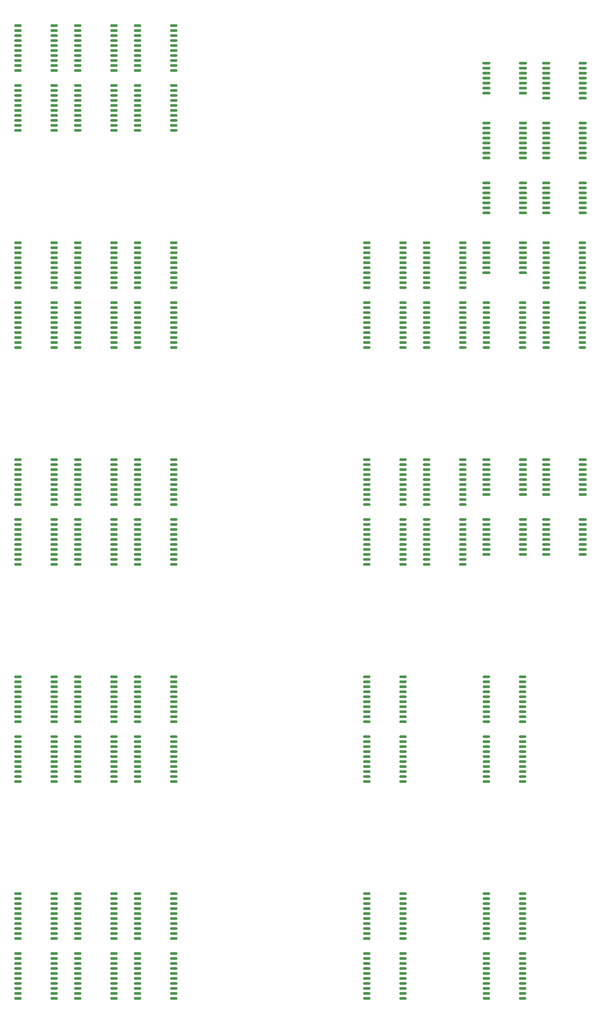
<source format=gbr>
%TF.GenerationSoftware,KiCad,Pcbnew,6.0.10-86aedd382b~118~ubuntu20.04.1*%
%TF.CreationDate,2022-12-19T16:19:31+01:00*%
%TF.ProjectId,px16_regfile,70783136-5f72-4656-9766-696c652e6b69,2*%
%TF.SameCoordinates,Original*%
%TF.FileFunction,Paste,Top*%
%TF.FilePolarity,Positive*%
%FSLAX46Y46*%
G04 Gerber Fmt 4.6, Leading zero omitted, Abs format (unit mm)*
G04 Created by KiCad (PCBNEW 6.0.10-86aedd382b~118~ubuntu20.04.1) date 2022-12-19 16:19:31*
%MOMM*%
%LPD*%
G01*
G04 APERTURE LIST*
G04 Aperture macros list*
%AMRoundRect*
0 Rectangle with rounded corners*
0 $1 Rounding radius*
0 $2 $3 $4 $5 $6 $7 $8 $9 X,Y pos of 4 corners*
0 Add a 4 corners polygon primitive as box body*
4,1,4,$2,$3,$4,$5,$6,$7,$8,$9,$2,$3,0*
0 Add four circle primitives for the rounded corners*
1,1,$1+$1,$2,$3*
1,1,$1+$1,$4,$5*
1,1,$1+$1,$6,$7*
1,1,$1+$1,$8,$9*
0 Add four rect primitives between the rounded corners*
20,1,$1+$1,$2,$3,$4,$5,0*
20,1,$1+$1,$4,$5,$6,$7,0*
20,1,$1+$1,$6,$7,$8,$9,0*
20,1,$1+$1,$8,$9,$2,$3,0*%
G04 Aperture macros list end*
%ADD10RoundRect,0.150000X-0.800000X-0.150000X0.800000X-0.150000X0.800000X0.150000X-0.800000X0.150000X0*%
%ADD11RoundRect,0.150000X-0.875000X-0.150000X0.875000X-0.150000X0.875000X0.150000X-0.875000X0.150000X0*%
G04 APERTURE END LIST*
D10*
%TO.C,U30*%
X117320000Y-313055000D03*
X117320000Y-314325000D03*
X117320000Y-315595000D03*
X117320000Y-316865000D03*
X117320000Y-318135000D03*
X117320000Y-319405000D03*
X117320000Y-320675000D03*
X117320000Y-321945000D03*
X117320000Y-323215000D03*
X117320000Y-324485000D03*
X126520000Y-324485000D03*
X126520000Y-323215000D03*
X126520000Y-321945000D03*
X126520000Y-320675000D03*
X126520000Y-319405000D03*
X126520000Y-318135000D03*
X126520000Y-316865000D03*
X126520000Y-315595000D03*
X126520000Y-314325000D03*
X126520000Y-313055000D03*
%TD*%
%TO.C,U38*%
X175740000Y-132080000D03*
X175740000Y-133350000D03*
X175740000Y-134620000D03*
X175740000Y-135890000D03*
X175740000Y-137160000D03*
X175740000Y-138430000D03*
X175740000Y-139700000D03*
X175740000Y-140970000D03*
X175740000Y-142240000D03*
X175740000Y-143510000D03*
X184940000Y-143510000D03*
X184940000Y-142240000D03*
X184940000Y-140970000D03*
X184940000Y-139700000D03*
X184940000Y-138430000D03*
X184940000Y-137160000D03*
X184940000Y-135890000D03*
X184940000Y-134620000D03*
X184940000Y-133350000D03*
X184940000Y-132080000D03*
%TD*%
D11*
%TO.C,U45*%
X221410000Y-187325000D03*
X221410000Y-188595000D03*
X221410000Y-189865000D03*
X221410000Y-191135000D03*
X221410000Y-192405000D03*
X221410000Y-193675000D03*
X221410000Y-194945000D03*
X221410000Y-196215000D03*
X230710000Y-196215000D03*
X230710000Y-194945000D03*
X230710000Y-193675000D03*
X230710000Y-192405000D03*
X230710000Y-191135000D03*
X230710000Y-189865000D03*
X230710000Y-188595000D03*
X230710000Y-187325000D03*
%TD*%
D10*
%TO.C,U55*%
X206220000Y-242570000D03*
X206220000Y-243840000D03*
X206220000Y-245110000D03*
X206220000Y-246380000D03*
X206220000Y-247650000D03*
X206220000Y-248920000D03*
X206220000Y-250190000D03*
X206220000Y-251460000D03*
X206220000Y-252730000D03*
X206220000Y-254000000D03*
X215420000Y-254000000D03*
X215420000Y-252730000D03*
X215420000Y-251460000D03*
X215420000Y-250190000D03*
X215420000Y-248920000D03*
X215420000Y-247650000D03*
X215420000Y-246380000D03*
X215420000Y-245110000D03*
X215420000Y-243840000D03*
X215420000Y-242570000D03*
%TD*%
%TO.C,U6*%
X117320000Y-92075000D03*
X117320000Y-93345000D03*
X117320000Y-94615000D03*
X117320000Y-95885000D03*
X117320000Y-97155000D03*
X117320000Y-98425000D03*
X117320000Y-99695000D03*
X117320000Y-100965000D03*
X117320000Y-102235000D03*
X117320000Y-103505000D03*
X126520000Y-103505000D03*
X126520000Y-102235000D03*
X126520000Y-100965000D03*
X126520000Y-99695000D03*
X126520000Y-98425000D03*
X126520000Y-97155000D03*
X126520000Y-95885000D03*
X126520000Y-94615000D03*
X126520000Y-93345000D03*
X126520000Y-92075000D03*
%TD*%
%TO.C,U17*%
X102080000Y-202565000D03*
X102080000Y-203835000D03*
X102080000Y-205105000D03*
X102080000Y-206375000D03*
X102080000Y-207645000D03*
X102080000Y-208915000D03*
X102080000Y-210185000D03*
X102080000Y-211455000D03*
X102080000Y-212725000D03*
X102080000Y-213995000D03*
X111280000Y-213995000D03*
X111280000Y-212725000D03*
X111280000Y-211455000D03*
X111280000Y-210185000D03*
X111280000Y-208915000D03*
X111280000Y-207645000D03*
X111280000Y-206375000D03*
X111280000Y-205105000D03*
X111280000Y-203835000D03*
X111280000Y-202565000D03*
%TD*%
%TO.C,U54*%
X206220000Y-313055000D03*
X206220000Y-314325000D03*
X206220000Y-315595000D03*
X206220000Y-316865000D03*
X206220000Y-318135000D03*
X206220000Y-319405000D03*
X206220000Y-320675000D03*
X206220000Y-321945000D03*
X206220000Y-323215000D03*
X206220000Y-324485000D03*
X215420000Y-324485000D03*
X215420000Y-323215000D03*
X215420000Y-321945000D03*
X215420000Y-320675000D03*
X215420000Y-319405000D03*
X215420000Y-318135000D03*
X215420000Y-316865000D03*
X215420000Y-315595000D03*
X215420000Y-314325000D03*
X215420000Y-313055000D03*
%TD*%
%TO.C,U50*%
X175740000Y-202565000D03*
X175740000Y-203835000D03*
X175740000Y-205105000D03*
X175740000Y-206375000D03*
X175740000Y-207645000D03*
X175740000Y-208915000D03*
X175740000Y-210185000D03*
X175740000Y-211455000D03*
X175740000Y-212725000D03*
X175740000Y-213995000D03*
X184940000Y-213995000D03*
X184940000Y-212725000D03*
X184940000Y-211455000D03*
X184940000Y-210185000D03*
X184940000Y-208915000D03*
X184940000Y-207645000D03*
X184940000Y-206375000D03*
X184940000Y-205105000D03*
X184940000Y-203835000D03*
X184940000Y-202565000D03*
%TD*%
D11*
%TO.C,U32*%
X206170000Y-132080000D03*
X206170000Y-133350000D03*
X206170000Y-134620000D03*
X206170000Y-135890000D03*
X206170000Y-137160000D03*
X206170000Y-138430000D03*
X206170000Y-139700000D03*
X215470000Y-139700000D03*
X215470000Y-138430000D03*
X215470000Y-137160000D03*
X215470000Y-135890000D03*
X215470000Y-134620000D03*
X215470000Y-133350000D03*
X215470000Y-132080000D03*
%TD*%
D10*
%TO.C,U23*%
X102080000Y-257810000D03*
X102080000Y-259080000D03*
X102080000Y-260350000D03*
X102080000Y-261620000D03*
X102080000Y-262890000D03*
X102080000Y-264160000D03*
X102080000Y-265430000D03*
X102080000Y-266700000D03*
X102080000Y-267970000D03*
X102080000Y-269240000D03*
X111280000Y-269240000D03*
X111280000Y-267970000D03*
X111280000Y-266700000D03*
X111280000Y-265430000D03*
X111280000Y-264160000D03*
X111280000Y-262890000D03*
X111280000Y-261620000D03*
X111280000Y-260350000D03*
X111280000Y-259080000D03*
X111280000Y-257810000D03*
%TD*%
%TO.C,U8*%
X102080000Y-132080000D03*
X102080000Y-133350000D03*
X102080000Y-134620000D03*
X102080000Y-135890000D03*
X102080000Y-137160000D03*
X102080000Y-138430000D03*
X102080000Y-139700000D03*
X102080000Y-140970000D03*
X102080000Y-142240000D03*
X102080000Y-143510000D03*
X111280000Y-143510000D03*
X111280000Y-142240000D03*
X111280000Y-140970000D03*
X111280000Y-139700000D03*
X111280000Y-138430000D03*
X111280000Y-137160000D03*
X111280000Y-135890000D03*
X111280000Y-134620000D03*
X111280000Y-133350000D03*
X111280000Y-132080000D03*
%TD*%
D11*
%TO.C,U35*%
X206170000Y-116840000D03*
X206170000Y-118110000D03*
X206170000Y-119380000D03*
X206170000Y-120650000D03*
X206170000Y-121920000D03*
X206170000Y-123190000D03*
X206170000Y-124460000D03*
X215470000Y-124460000D03*
X215470000Y-123190000D03*
X215470000Y-121920000D03*
X215470000Y-120650000D03*
X215470000Y-119380000D03*
X215470000Y-118110000D03*
X215470000Y-116840000D03*
%TD*%
D10*
%TO.C,U18*%
X117320000Y-202565000D03*
X117320000Y-203835000D03*
X117320000Y-205105000D03*
X117320000Y-206375000D03*
X117320000Y-207645000D03*
X117320000Y-208915000D03*
X117320000Y-210185000D03*
X117320000Y-211455000D03*
X117320000Y-212725000D03*
X117320000Y-213995000D03*
X126520000Y-213995000D03*
X126520000Y-212725000D03*
X126520000Y-211455000D03*
X126520000Y-210185000D03*
X126520000Y-208915000D03*
X126520000Y-207645000D03*
X126520000Y-206375000D03*
X126520000Y-205105000D03*
X126520000Y-203835000D03*
X126520000Y-202565000D03*
%TD*%
%TO.C,U37*%
X206220000Y-147320000D03*
X206220000Y-148590000D03*
X206220000Y-149860000D03*
X206220000Y-151130000D03*
X206220000Y-152400000D03*
X206220000Y-153670000D03*
X206220000Y-154940000D03*
X206220000Y-156210000D03*
X206220000Y-157480000D03*
X206220000Y-158750000D03*
X215420000Y-158750000D03*
X215420000Y-157480000D03*
X215420000Y-156210000D03*
X215420000Y-154940000D03*
X215420000Y-153670000D03*
X215420000Y-152400000D03*
X215420000Y-151130000D03*
X215420000Y-149860000D03*
X215420000Y-148590000D03*
X215420000Y-147320000D03*
%TD*%
%TO.C,U15*%
X117320000Y-187325000D03*
X117320000Y-188595000D03*
X117320000Y-189865000D03*
X117320000Y-191135000D03*
X117320000Y-192405000D03*
X117320000Y-193675000D03*
X117320000Y-194945000D03*
X117320000Y-196215000D03*
X117320000Y-197485000D03*
X117320000Y-198755000D03*
X126520000Y-198755000D03*
X126520000Y-197485000D03*
X126520000Y-196215000D03*
X126520000Y-194945000D03*
X126520000Y-193675000D03*
X126520000Y-192405000D03*
X126520000Y-191135000D03*
X126520000Y-189865000D03*
X126520000Y-188595000D03*
X126520000Y-187325000D03*
%TD*%
%TO.C,U41*%
X221460000Y-147320000D03*
X221460000Y-148590000D03*
X221460000Y-149860000D03*
X221460000Y-151130000D03*
X221460000Y-152400000D03*
X221460000Y-153670000D03*
X221460000Y-154940000D03*
X221460000Y-156210000D03*
X221460000Y-157480000D03*
X221460000Y-158750000D03*
X230660000Y-158750000D03*
X230660000Y-157480000D03*
X230660000Y-156210000D03*
X230660000Y-154940000D03*
X230660000Y-153670000D03*
X230660000Y-152400000D03*
X230660000Y-151130000D03*
X230660000Y-149860000D03*
X230660000Y-148590000D03*
X230660000Y-147320000D03*
%TD*%
%TO.C,U46*%
X175740000Y-187325000D03*
X175740000Y-188595000D03*
X175740000Y-189865000D03*
X175740000Y-191135000D03*
X175740000Y-192405000D03*
X175740000Y-193675000D03*
X175740000Y-194945000D03*
X175740000Y-196215000D03*
X175740000Y-197485000D03*
X175740000Y-198755000D03*
X184940000Y-198755000D03*
X184940000Y-197485000D03*
X184940000Y-196215000D03*
X184940000Y-194945000D03*
X184940000Y-193675000D03*
X184940000Y-192405000D03*
X184940000Y-191135000D03*
X184940000Y-189865000D03*
X184940000Y-188595000D03*
X184940000Y-187325000D03*
%TD*%
%TO.C,U40*%
X221460000Y-132080000D03*
X221460000Y-133350000D03*
X221460000Y-134620000D03*
X221460000Y-135890000D03*
X221460000Y-137160000D03*
X221460000Y-138430000D03*
X221460000Y-139700000D03*
X221460000Y-140970000D03*
X221460000Y-142240000D03*
X221460000Y-143510000D03*
X230660000Y-143510000D03*
X230660000Y-142240000D03*
X230660000Y-140970000D03*
X230660000Y-139700000D03*
X230660000Y-138430000D03*
X230660000Y-137160000D03*
X230660000Y-135890000D03*
X230660000Y-134620000D03*
X230660000Y-133350000D03*
X230660000Y-132080000D03*
%TD*%
%TO.C,U7*%
X86840000Y-132080000D03*
X86840000Y-133350000D03*
X86840000Y-134620000D03*
X86840000Y-135890000D03*
X86840000Y-137160000D03*
X86840000Y-138430000D03*
X86840000Y-139700000D03*
X86840000Y-140970000D03*
X86840000Y-142240000D03*
X86840000Y-143510000D03*
X96040000Y-143510000D03*
X96040000Y-142240000D03*
X96040000Y-140970000D03*
X96040000Y-139700000D03*
X96040000Y-138430000D03*
X96040000Y-137160000D03*
X96040000Y-135890000D03*
X96040000Y-134620000D03*
X96040000Y-133350000D03*
X96040000Y-132080000D03*
%TD*%
%TO.C,U20*%
X102080000Y-242570000D03*
X102080000Y-243840000D03*
X102080000Y-245110000D03*
X102080000Y-246380000D03*
X102080000Y-247650000D03*
X102080000Y-248920000D03*
X102080000Y-250190000D03*
X102080000Y-251460000D03*
X102080000Y-252730000D03*
X102080000Y-254000000D03*
X111280000Y-254000000D03*
X111280000Y-252730000D03*
X111280000Y-251460000D03*
X111280000Y-250190000D03*
X111280000Y-248920000D03*
X111280000Y-247650000D03*
X111280000Y-246380000D03*
X111280000Y-245110000D03*
X111280000Y-243840000D03*
X111280000Y-242570000D03*
%TD*%
%TO.C,U16*%
X86840000Y-202565000D03*
X86840000Y-203835000D03*
X86840000Y-205105000D03*
X86840000Y-206375000D03*
X86840000Y-207645000D03*
X86840000Y-208915000D03*
X86840000Y-210185000D03*
X86840000Y-211455000D03*
X86840000Y-212725000D03*
X86840000Y-213995000D03*
X96040000Y-213995000D03*
X96040000Y-212725000D03*
X96040000Y-211455000D03*
X96040000Y-210185000D03*
X96040000Y-208915000D03*
X96040000Y-207645000D03*
X96040000Y-206375000D03*
X96040000Y-205105000D03*
X96040000Y-203835000D03*
X96040000Y-202565000D03*
%TD*%
%TO.C,U14*%
X102080000Y-187325000D03*
X102080000Y-188595000D03*
X102080000Y-189865000D03*
X102080000Y-191135000D03*
X102080000Y-192405000D03*
X102080000Y-193675000D03*
X102080000Y-194945000D03*
X102080000Y-196215000D03*
X102080000Y-197485000D03*
X102080000Y-198755000D03*
X111280000Y-198755000D03*
X111280000Y-197485000D03*
X111280000Y-196215000D03*
X111280000Y-194945000D03*
X111280000Y-193675000D03*
X111280000Y-192405000D03*
X111280000Y-191135000D03*
X111280000Y-189865000D03*
X111280000Y-188595000D03*
X111280000Y-187325000D03*
%TD*%
%TO.C,U10*%
X86840000Y-147320000D03*
X86840000Y-148590000D03*
X86840000Y-149860000D03*
X86840000Y-151130000D03*
X86840000Y-152400000D03*
X86840000Y-153670000D03*
X86840000Y-154940000D03*
X86840000Y-156210000D03*
X86840000Y-157480000D03*
X86840000Y-158750000D03*
X96040000Y-158750000D03*
X96040000Y-157480000D03*
X96040000Y-156210000D03*
X96040000Y-154940000D03*
X96040000Y-153670000D03*
X96040000Y-152400000D03*
X96040000Y-151130000D03*
X96040000Y-149860000D03*
X96040000Y-148590000D03*
X96040000Y-147320000D03*
%TD*%
D11*
%TO.C,U36*%
X206170000Y-86360000D03*
X206170000Y-87630000D03*
X206170000Y-88900000D03*
X206170000Y-90170000D03*
X206170000Y-91440000D03*
X206170000Y-92710000D03*
X206170000Y-93980000D03*
X215470000Y-93980000D03*
X215470000Y-92710000D03*
X215470000Y-91440000D03*
X215470000Y-90170000D03*
X215470000Y-88900000D03*
X215470000Y-87630000D03*
X215470000Y-86360000D03*
%TD*%
D10*
%TO.C,U60*%
X175740000Y-313055000D03*
X175740000Y-314325000D03*
X175740000Y-315595000D03*
X175740000Y-316865000D03*
X175740000Y-318135000D03*
X175740000Y-319405000D03*
X175740000Y-320675000D03*
X175740000Y-321945000D03*
X175740000Y-323215000D03*
X175740000Y-324485000D03*
X184940000Y-324485000D03*
X184940000Y-323215000D03*
X184940000Y-321945000D03*
X184940000Y-320675000D03*
X184940000Y-319405000D03*
X184940000Y-318135000D03*
X184940000Y-316865000D03*
X184940000Y-315595000D03*
X184940000Y-314325000D03*
X184940000Y-313055000D03*
%TD*%
%TO.C,U12*%
X117320000Y-147320000D03*
X117320000Y-148590000D03*
X117320000Y-149860000D03*
X117320000Y-151130000D03*
X117320000Y-152400000D03*
X117320000Y-153670000D03*
X117320000Y-154940000D03*
X117320000Y-156210000D03*
X117320000Y-157480000D03*
X117320000Y-158750000D03*
X126520000Y-158750000D03*
X126520000Y-157480000D03*
X126520000Y-156210000D03*
X126520000Y-154940000D03*
X126520000Y-153670000D03*
X126520000Y-152400000D03*
X126520000Y-151130000D03*
X126520000Y-149860000D03*
X126520000Y-148590000D03*
X126520000Y-147320000D03*
%TD*%
%TO.C,U11*%
X102080000Y-147320000D03*
X102080000Y-148590000D03*
X102080000Y-149860000D03*
X102080000Y-151130000D03*
X102080000Y-152400000D03*
X102080000Y-153670000D03*
X102080000Y-154940000D03*
X102080000Y-156210000D03*
X102080000Y-157480000D03*
X102080000Y-158750000D03*
X111280000Y-158750000D03*
X111280000Y-157480000D03*
X111280000Y-156210000D03*
X111280000Y-154940000D03*
X111280000Y-153670000D03*
X111280000Y-152400000D03*
X111280000Y-151130000D03*
X111280000Y-149860000D03*
X111280000Y-148590000D03*
X111280000Y-147320000D03*
%TD*%
D11*
%TO.C,U34*%
X206170000Y-101600000D03*
X206170000Y-102870000D03*
X206170000Y-104140000D03*
X206170000Y-105410000D03*
X206170000Y-106680000D03*
X206170000Y-107950000D03*
X206170000Y-109220000D03*
X206170000Y-110490000D03*
X215470000Y-110490000D03*
X215470000Y-109220000D03*
X215470000Y-107950000D03*
X215470000Y-106680000D03*
X215470000Y-105410000D03*
X215470000Y-104140000D03*
X215470000Y-102870000D03*
X215470000Y-101600000D03*
%TD*%
D10*
%TO.C,U26*%
X102080000Y-297815000D03*
X102080000Y-299085000D03*
X102080000Y-300355000D03*
X102080000Y-301625000D03*
X102080000Y-302895000D03*
X102080000Y-304165000D03*
X102080000Y-305435000D03*
X102080000Y-306705000D03*
X102080000Y-307975000D03*
X102080000Y-309245000D03*
X111280000Y-309245000D03*
X111280000Y-307975000D03*
X111280000Y-306705000D03*
X111280000Y-305435000D03*
X111280000Y-304165000D03*
X111280000Y-302895000D03*
X111280000Y-301625000D03*
X111280000Y-300355000D03*
X111280000Y-299085000D03*
X111280000Y-297815000D03*
%TD*%
%TO.C,U1*%
X86840000Y-76835000D03*
X86840000Y-78105000D03*
X86840000Y-79375000D03*
X86840000Y-80645000D03*
X86840000Y-81915000D03*
X86840000Y-83185000D03*
X86840000Y-84455000D03*
X86840000Y-85725000D03*
X86840000Y-86995000D03*
X86840000Y-88265000D03*
X96040000Y-88265000D03*
X96040000Y-86995000D03*
X96040000Y-85725000D03*
X96040000Y-84455000D03*
X96040000Y-83185000D03*
X96040000Y-81915000D03*
X96040000Y-80645000D03*
X96040000Y-79375000D03*
X96040000Y-78105000D03*
X96040000Y-76835000D03*
%TD*%
%TO.C,U29*%
X102080000Y-313055000D03*
X102080000Y-314325000D03*
X102080000Y-315595000D03*
X102080000Y-316865000D03*
X102080000Y-318135000D03*
X102080000Y-319405000D03*
X102080000Y-320675000D03*
X102080000Y-321945000D03*
X102080000Y-323215000D03*
X102080000Y-324485000D03*
X111280000Y-324485000D03*
X111280000Y-323215000D03*
X111280000Y-321945000D03*
X111280000Y-320675000D03*
X111280000Y-319405000D03*
X111280000Y-318135000D03*
X111280000Y-316865000D03*
X111280000Y-315595000D03*
X111280000Y-314325000D03*
X111280000Y-313055000D03*
%TD*%
%TO.C,U43*%
X190980000Y-147320000D03*
X190980000Y-148590000D03*
X190980000Y-149860000D03*
X190980000Y-151130000D03*
X190980000Y-152400000D03*
X190980000Y-153670000D03*
X190980000Y-154940000D03*
X190980000Y-156210000D03*
X190980000Y-157480000D03*
X190980000Y-158750000D03*
X200180000Y-158750000D03*
X200180000Y-157480000D03*
X200180000Y-156210000D03*
X200180000Y-154940000D03*
X200180000Y-153670000D03*
X200180000Y-152400000D03*
X200180000Y-151130000D03*
X200180000Y-149860000D03*
X200180000Y-148590000D03*
X200180000Y-147320000D03*
%TD*%
%TO.C,U53*%
X206220000Y-297815000D03*
X206220000Y-299085000D03*
X206220000Y-300355000D03*
X206220000Y-301625000D03*
X206220000Y-302895000D03*
X206220000Y-304165000D03*
X206220000Y-305435000D03*
X206220000Y-306705000D03*
X206220000Y-307975000D03*
X206220000Y-309245000D03*
X215420000Y-309245000D03*
X215420000Y-307975000D03*
X215420000Y-306705000D03*
X215420000Y-305435000D03*
X215420000Y-304165000D03*
X215420000Y-302895000D03*
X215420000Y-301625000D03*
X215420000Y-300355000D03*
X215420000Y-299085000D03*
X215420000Y-297815000D03*
%TD*%
%TO.C,U9*%
X117320000Y-132080000D03*
X117320000Y-133350000D03*
X117320000Y-134620000D03*
X117320000Y-135890000D03*
X117320000Y-137160000D03*
X117320000Y-138430000D03*
X117320000Y-139700000D03*
X117320000Y-140970000D03*
X117320000Y-142240000D03*
X117320000Y-143510000D03*
X126520000Y-143510000D03*
X126520000Y-142240000D03*
X126520000Y-140970000D03*
X126520000Y-139700000D03*
X126520000Y-138430000D03*
X126520000Y-137160000D03*
X126520000Y-135890000D03*
X126520000Y-134620000D03*
X126520000Y-133350000D03*
X126520000Y-132080000D03*
%TD*%
%TO.C,U42*%
X175740000Y-147320000D03*
X175740000Y-148590000D03*
X175740000Y-149860000D03*
X175740000Y-151130000D03*
X175740000Y-152400000D03*
X175740000Y-153670000D03*
X175740000Y-154940000D03*
X175740000Y-156210000D03*
X175740000Y-157480000D03*
X175740000Y-158750000D03*
X184940000Y-158750000D03*
X184940000Y-157480000D03*
X184940000Y-156210000D03*
X184940000Y-154940000D03*
X184940000Y-153670000D03*
X184940000Y-152400000D03*
X184940000Y-151130000D03*
X184940000Y-149860000D03*
X184940000Y-148590000D03*
X184940000Y-147320000D03*
%TD*%
%TO.C,U21*%
X117320000Y-242570000D03*
X117320000Y-243840000D03*
X117320000Y-245110000D03*
X117320000Y-246380000D03*
X117320000Y-247650000D03*
X117320000Y-248920000D03*
X117320000Y-250190000D03*
X117320000Y-251460000D03*
X117320000Y-252730000D03*
X117320000Y-254000000D03*
X126520000Y-254000000D03*
X126520000Y-252730000D03*
X126520000Y-251460000D03*
X126520000Y-250190000D03*
X126520000Y-248920000D03*
X126520000Y-247650000D03*
X126520000Y-246380000D03*
X126520000Y-245110000D03*
X126520000Y-243840000D03*
X126520000Y-242570000D03*
%TD*%
D11*
%TO.C,U31*%
X221410000Y-86360000D03*
X221410000Y-87630000D03*
X221410000Y-88900000D03*
X221410000Y-90170000D03*
X221410000Y-91440000D03*
X221410000Y-92710000D03*
X221410000Y-93980000D03*
X221410000Y-95250000D03*
X230710000Y-95250000D03*
X230710000Y-93980000D03*
X230710000Y-92710000D03*
X230710000Y-91440000D03*
X230710000Y-90170000D03*
X230710000Y-88900000D03*
X230710000Y-87630000D03*
X230710000Y-86360000D03*
%TD*%
D10*
%TO.C,U56*%
X206220000Y-257810000D03*
X206220000Y-259080000D03*
X206220000Y-260350000D03*
X206220000Y-261620000D03*
X206220000Y-262890000D03*
X206220000Y-264160000D03*
X206220000Y-265430000D03*
X206220000Y-266700000D03*
X206220000Y-267970000D03*
X206220000Y-269240000D03*
X215420000Y-269240000D03*
X215420000Y-267970000D03*
X215420000Y-266700000D03*
X215420000Y-265430000D03*
X215420000Y-264160000D03*
X215420000Y-262890000D03*
X215420000Y-261620000D03*
X215420000Y-260350000D03*
X215420000Y-259080000D03*
X215420000Y-257810000D03*
%TD*%
%TO.C,U39*%
X190980000Y-132080000D03*
X190980000Y-133350000D03*
X190980000Y-134620000D03*
X190980000Y-135890000D03*
X190980000Y-137160000D03*
X190980000Y-138430000D03*
X190980000Y-139700000D03*
X190980000Y-140970000D03*
X190980000Y-142240000D03*
X190980000Y-143510000D03*
X200180000Y-143510000D03*
X200180000Y-142240000D03*
X200180000Y-140970000D03*
X200180000Y-139700000D03*
X200180000Y-138430000D03*
X200180000Y-137160000D03*
X200180000Y-135890000D03*
X200180000Y-134620000D03*
X200180000Y-133350000D03*
X200180000Y-132080000D03*
%TD*%
%TO.C,U4*%
X86840000Y-92075000D03*
X86840000Y-93345000D03*
X86840000Y-94615000D03*
X86840000Y-95885000D03*
X86840000Y-97155000D03*
X86840000Y-98425000D03*
X86840000Y-99695000D03*
X86840000Y-100965000D03*
X86840000Y-102235000D03*
X86840000Y-103505000D03*
X96040000Y-103505000D03*
X96040000Y-102235000D03*
X96040000Y-100965000D03*
X96040000Y-99695000D03*
X96040000Y-98425000D03*
X96040000Y-97155000D03*
X96040000Y-95885000D03*
X96040000Y-94615000D03*
X96040000Y-93345000D03*
X96040000Y-92075000D03*
%TD*%
D11*
%TO.C,U52*%
X221410000Y-116840000D03*
X221410000Y-118110000D03*
X221410000Y-119380000D03*
X221410000Y-120650000D03*
X221410000Y-121920000D03*
X221410000Y-123190000D03*
X221410000Y-124460000D03*
X230710000Y-124460000D03*
X230710000Y-123190000D03*
X230710000Y-121920000D03*
X230710000Y-120650000D03*
X230710000Y-119380000D03*
X230710000Y-118110000D03*
X230710000Y-116840000D03*
%TD*%
D10*
%TO.C,U5*%
X102080000Y-92075000D03*
X102080000Y-93345000D03*
X102080000Y-94615000D03*
X102080000Y-95885000D03*
X102080000Y-97155000D03*
X102080000Y-98425000D03*
X102080000Y-99695000D03*
X102080000Y-100965000D03*
X102080000Y-102235000D03*
X102080000Y-103505000D03*
X111280000Y-103505000D03*
X111280000Y-102235000D03*
X111280000Y-100965000D03*
X111280000Y-99695000D03*
X111280000Y-98425000D03*
X111280000Y-97155000D03*
X111280000Y-95885000D03*
X111280000Y-94615000D03*
X111280000Y-93345000D03*
X111280000Y-92075000D03*
%TD*%
D11*
%TO.C,U44*%
X206170000Y-187325000D03*
X206170000Y-188595000D03*
X206170000Y-189865000D03*
X206170000Y-191135000D03*
X206170000Y-192405000D03*
X206170000Y-193675000D03*
X206170000Y-194945000D03*
X206170000Y-196215000D03*
X215470000Y-196215000D03*
X215470000Y-194945000D03*
X215470000Y-193675000D03*
X215470000Y-192405000D03*
X215470000Y-191135000D03*
X215470000Y-189865000D03*
X215470000Y-188595000D03*
X215470000Y-187325000D03*
%TD*%
D10*
%TO.C,U24*%
X117320000Y-257810000D03*
X117320000Y-259080000D03*
X117320000Y-260350000D03*
X117320000Y-261620000D03*
X117320000Y-262890000D03*
X117320000Y-264160000D03*
X117320000Y-265430000D03*
X117320000Y-266700000D03*
X117320000Y-267970000D03*
X117320000Y-269240000D03*
X126520000Y-269240000D03*
X126520000Y-267970000D03*
X126520000Y-266700000D03*
X126520000Y-265430000D03*
X126520000Y-264160000D03*
X126520000Y-262890000D03*
X126520000Y-261620000D03*
X126520000Y-260350000D03*
X126520000Y-259080000D03*
X126520000Y-257810000D03*
%TD*%
%TO.C,U2*%
X102080000Y-76835000D03*
X102080000Y-78105000D03*
X102080000Y-79375000D03*
X102080000Y-80645000D03*
X102080000Y-81915000D03*
X102080000Y-83185000D03*
X102080000Y-84455000D03*
X102080000Y-85725000D03*
X102080000Y-86995000D03*
X102080000Y-88265000D03*
X111280000Y-88265000D03*
X111280000Y-86995000D03*
X111280000Y-85725000D03*
X111280000Y-84455000D03*
X111280000Y-83185000D03*
X111280000Y-81915000D03*
X111280000Y-80645000D03*
X111280000Y-79375000D03*
X111280000Y-78105000D03*
X111280000Y-76835000D03*
%TD*%
%TO.C,U28*%
X86840000Y-313055000D03*
X86840000Y-314325000D03*
X86840000Y-315595000D03*
X86840000Y-316865000D03*
X86840000Y-318135000D03*
X86840000Y-319405000D03*
X86840000Y-320675000D03*
X86840000Y-321945000D03*
X86840000Y-323215000D03*
X86840000Y-324485000D03*
X96040000Y-324485000D03*
X96040000Y-323215000D03*
X96040000Y-321945000D03*
X96040000Y-320675000D03*
X96040000Y-319405000D03*
X96040000Y-318135000D03*
X96040000Y-316865000D03*
X96040000Y-315595000D03*
X96040000Y-314325000D03*
X96040000Y-313055000D03*
%TD*%
%TO.C,U25*%
X86840000Y-297815000D03*
X86840000Y-299085000D03*
X86840000Y-300355000D03*
X86840000Y-301625000D03*
X86840000Y-302895000D03*
X86840000Y-304165000D03*
X86840000Y-305435000D03*
X86840000Y-306705000D03*
X86840000Y-307975000D03*
X86840000Y-309245000D03*
X96040000Y-309245000D03*
X96040000Y-307975000D03*
X96040000Y-306705000D03*
X96040000Y-305435000D03*
X96040000Y-304165000D03*
X96040000Y-302895000D03*
X96040000Y-301625000D03*
X96040000Y-300355000D03*
X96040000Y-299085000D03*
X96040000Y-297815000D03*
%TD*%
%TO.C,U47*%
X190980000Y-187325000D03*
X190980000Y-188595000D03*
X190980000Y-189865000D03*
X190980000Y-191135000D03*
X190980000Y-192405000D03*
X190980000Y-193675000D03*
X190980000Y-194945000D03*
X190980000Y-196215000D03*
X190980000Y-197485000D03*
X190980000Y-198755000D03*
X200180000Y-198755000D03*
X200180000Y-197485000D03*
X200180000Y-196215000D03*
X200180000Y-194945000D03*
X200180000Y-193675000D03*
X200180000Y-192405000D03*
X200180000Y-191135000D03*
X200180000Y-189865000D03*
X200180000Y-188595000D03*
X200180000Y-187325000D03*
%TD*%
D11*
%TO.C,U33*%
X221410000Y-101600000D03*
X221410000Y-102870000D03*
X221410000Y-104140000D03*
X221410000Y-105410000D03*
X221410000Y-106680000D03*
X221410000Y-107950000D03*
X221410000Y-109220000D03*
X221410000Y-110490000D03*
X230710000Y-110490000D03*
X230710000Y-109220000D03*
X230710000Y-107950000D03*
X230710000Y-106680000D03*
X230710000Y-105410000D03*
X230710000Y-104140000D03*
X230710000Y-102870000D03*
X230710000Y-101600000D03*
%TD*%
%TO.C,U48*%
X206170000Y-202565000D03*
X206170000Y-203835000D03*
X206170000Y-205105000D03*
X206170000Y-206375000D03*
X206170000Y-207645000D03*
X206170000Y-208915000D03*
X206170000Y-210185000D03*
X206170000Y-211455000D03*
X215470000Y-211455000D03*
X215470000Y-210185000D03*
X215470000Y-208915000D03*
X215470000Y-207645000D03*
X215470000Y-206375000D03*
X215470000Y-205105000D03*
X215470000Y-203835000D03*
X215470000Y-202565000D03*
%TD*%
D10*
%TO.C,U58*%
X175740000Y-257810000D03*
X175740000Y-259080000D03*
X175740000Y-260350000D03*
X175740000Y-261620000D03*
X175740000Y-262890000D03*
X175740000Y-264160000D03*
X175740000Y-265430000D03*
X175740000Y-266700000D03*
X175740000Y-267970000D03*
X175740000Y-269240000D03*
X184940000Y-269240000D03*
X184940000Y-267970000D03*
X184940000Y-266700000D03*
X184940000Y-265430000D03*
X184940000Y-264160000D03*
X184940000Y-262890000D03*
X184940000Y-261620000D03*
X184940000Y-260350000D03*
X184940000Y-259080000D03*
X184940000Y-257810000D03*
%TD*%
%TO.C,U57*%
X175740000Y-242570000D03*
X175740000Y-243840000D03*
X175740000Y-245110000D03*
X175740000Y-246380000D03*
X175740000Y-247650000D03*
X175740000Y-248920000D03*
X175740000Y-250190000D03*
X175740000Y-251460000D03*
X175740000Y-252730000D03*
X175740000Y-254000000D03*
X184940000Y-254000000D03*
X184940000Y-252730000D03*
X184940000Y-251460000D03*
X184940000Y-250190000D03*
X184940000Y-248920000D03*
X184940000Y-247650000D03*
X184940000Y-246380000D03*
X184940000Y-245110000D03*
X184940000Y-243840000D03*
X184940000Y-242570000D03*
%TD*%
D11*
%TO.C,U49*%
X221410000Y-202565000D03*
X221410000Y-203835000D03*
X221410000Y-205105000D03*
X221410000Y-206375000D03*
X221410000Y-207645000D03*
X221410000Y-208915000D03*
X221410000Y-210185000D03*
X221410000Y-211455000D03*
X230710000Y-211455000D03*
X230710000Y-210185000D03*
X230710000Y-208915000D03*
X230710000Y-207645000D03*
X230710000Y-206375000D03*
X230710000Y-205105000D03*
X230710000Y-203835000D03*
X230710000Y-202565000D03*
%TD*%
D10*
%TO.C,U3*%
X117320000Y-76835000D03*
X117320000Y-78105000D03*
X117320000Y-79375000D03*
X117320000Y-80645000D03*
X117320000Y-81915000D03*
X117320000Y-83185000D03*
X117320000Y-84455000D03*
X117320000Y-85725000D03*
X117320000Y-86995000D03*
X117320000Y-88265000D03*
X126520000Y-88265000D03*
X126520000Y-86995000D03*
X126520000Y-85725000D03*
X126520000Y-84455000D03*
X126520000Y-83185000D03*
X126520000Y-81915000D03*
X126520000Y-80645000D03*
X126520000Y-79375000D03*
X126520000Y-78105000D03*
X126520000Y-76835000D03*
%TD*%
%TO.C,U13*%
X86840000Y-187325000D03*
X86840000Y-188595000D03*
X86840000Y-189865000D03*
X86840000Y-191135000D03*
X86840000Y-192405000D03*
X86840000Y-193675000D03*
X86840000Y-194945000D03*
X86840000Y-196215000D03*
X86840000Y-197485000D03*
X86840000Y-198755000D03*
X96040000Y-198755000D03*
X96040000Y-197485000D03*
X96040000Y-196215000D03*
X96040000Y-194945000D03*
X96040000Y-193675000D03*
X96040000Y-192405000D03*
X96040000Y-191135000D03*
X96040000Y-189865000D03*
X96040000Y-188595000D03*
X96040000Y-187325000D03*
%TD*%
%TO.C,U27*%
X117320000Y-297815000D03*
X117320000Y-299085000D03*
X117320000Y-300355000D03*
X117320000Y-301625000D03*
X117320000Y-302895000D03*
X117320000Y-304165000D03*
X117320000Y-305435000D03*
X117320000Y-306705000D03*
X117320000Y-307975000D03*
X117320000Y-309245000D03*
X126520000Y-309245000D03*
X126520000Y-307975000D03*
X126520000Y-306705000D03*
X126520000Y-305435000D03*
X126520000Y-304165000D03*
X126520000Y-302895000D03*
X126520000Y-301625000D03*
X126520000Y-300355000D03*
X126520000Y-299085000D03*
X126520000Y-297815000D03*
%TD*%
%TO.C,U19*%
X86840000Y-242570000D03*
X86840000Y-243840000D03*
X86840000Y-245110000D03*
X86840000Y-246380000D03*
X86840000Y-247650000D03*
X86840000Y-248920000D03*
X86840000Y-250190000D03*
X86840000Y-251460000D03*
X86840000Y-252730000D03*
X86840000Y-254000000D03*
X96040000Y-254000000D03*
X96040000Y-252730000D03*
X96040000Y-251460000D03*
X96040000Y-250190000D03*
X96040000Y-248920000D03*
X96040000Y-247650000D03*
X96040000Y-246380000D03*
X96040000Y-245110000D03*
X96040000Y-243840000D03*
X96040000Y-242570000D03*
%TD*%
%TO.C,U59*%
X175740000Y-297815000D03*
X175740000Y-299085000D03*
X175740000Y-300355000D03*
X175740000Y-301625000D03*
X175740000Y-302895000D03*
X175740000Y-304165000D03*
X175740000Y-305435000D03*
X175740000Y-306705000D03*
X175740000Y-307975000D03*
X175740000Y-309245000D03*
X184940000Y-309245000D03*
X184940000Y-307975000D03*
X184940000Y-306705000D03*
X184940000Y-305435000D03*
X184940000Y-304165000D03*
X184940000Y-302895000D03*
X184940000Y-301625000D03*
X184940000Y-300355000D03*
X184940000Y-299085000D03*
X184940000Y-297815000D03*
%TD*%
%TO.C,U51*%
X190980000Y-202565000D03*
X190980000Y-203835000D03*
X190980000Y-205105000D03*
X190980000Y-206375000D03*
X190980000Y-207645000D03*
X190980000Y-208915000D03*
X190980000Y-210185000D03*
X190980000Y-211455000D03*
X190980000Y-212725000D03*
X190980000Y-213995000D03*
X200180000Y-213995000D03*
X200180000Y-212725000D03*
X200180000Y-211455000D03*
X200180000Y-210185000D03*
X200180000Y-208915000D03*
X200180000Y-207645000D03*
X200180000Y-206375000D03*
X200180000Y-205105000D03*
X200180000Y-203835000D03*
X200180000Y-202565000D03*
%TD*%
%TO.C,U22*%
X86840000Y-257810000D03*
X86840000Y-259080000D03*
X86840000Y-260350000D03*
X86840000Y-261620000D03*
X86840000Y-262890000D03*
X86840000Y-264160000D03*
X86840000Y-265430000D03*
X86840000Y-266700000D03*
X86840000Y-267970000D03*
X86840000Y-269240000D03*
X96040000Y-269240000D03*
X96040000Y-267970000D03*
X96040000Y-266700000D03*
X96040000Y-265430000D03*
X96040000Y-264160000D03*
X96040000Y-262890000D03*
X96040000Y-261620000D03*
X96040000Y-260350000D03*
X96040000Y-259080000D03*
X96040000Y-257810000D03*
%TD*%
M02*

</source>
